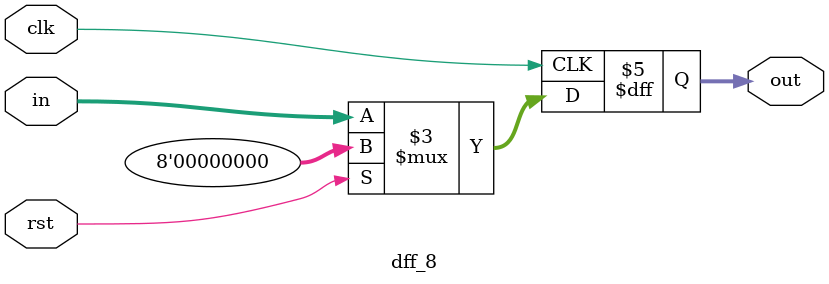
<source format=v>
`timescale 1ns / 1ps


module dff_8(input[7:0] in, input clk, input rst, output reg[7:0] out);

always @(posedge clk)
    begin
        if(rst)
            begin
                out<=8'd0;         
            end
        else
            begin
                out<=in;
            end
    end
    
endmodule

</source>
